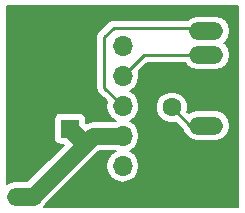
<source format=gbr>
G04 #@! TF.FileFunction,Copper,L1,Top,Signal*
%FSLAX46Y46*%
G04 Gerber Fmt 4.6, Leading zero omitted, Abs format (unit mm)*
G04 Created by KiCad (PCBNEW 4.0.7) date 05/06/18 10:31:07*
%MOMM*%
%LPD*%
G01*
G04 APERTURE LIST*
%ADD10C,0.100000*%
%ADD11R,1.600000X1.600000*%
%ADD12C,1.600000*%
%ADD13R,1.700000X1.700000*%
%ADD14O,1.700000X1.700000*%
%ADD15O,1.600000X1.600000*%
%ADD16O,2.900000X1.500000*%
%ADD17C,1.400000*%
%ADD18C,0.250000*%
%ADD19C,0.200000*%
G04 APERTURE END LIST*
D10*
D11*
X-17605000Y-13795000D03*
D12*
X-20105000Y-13795000D03*
D13*
X-13160000Y-19510000D03*
D14*
X-13160000Y-16970000D03*
X-13160000Y-14430000D03*
X-13160000Y-11890000D03*
X-13160000Y-9350000D03*
X-13160000Y-6810000D03*
D12*
X-9000000Y-12000000D03*
D15*
X-9000000Y-19620000D03*
D16*
X-21480000Y-19540000D03*
X-6080000Y-19540000D03*
X-6080000Y-13540000D03*
X-6080000Y-7540000D03*
X-6080000Y-5540000D03*
D17*
X-17605000Y-13795000D02*
X-16320000Y-15080000D01*
X-20780000Y-19540000D02*
X-16320000Y-15080000D01*
X-16320000Y-15080000D02*
X-15670000Y-14430000D01*
X-15670000Y-14430000D02*
X-13160000Y-14430000D01*
D18*
X-13160000Y-11890000D02*
X-14735001Y-10314999D01*
X-14735001Y-10314999D02*
X-14735001Y-6053999D01*
X-13916001Y-5234999D02*
X-7085001Y-5234999D01*
X-14735001Y-6053999D02*
X-13916001Y-5234999D01*
X-7085001Y-5234999D02*
X-6780000Y-5540000D01*
X-13160000Y-9350000D02*
X-11350000Y-7540000D01*
X-11350000Y-7540000D02*
X-6780000Y-7540000D01*
X-9000000Y-12000000D02*
X-7460000Y-13540000D01*
X-7460000Y-13540000D02*
X-6780000Y-13540000D01*
D19*
G36*
X-3375000Y-20405000D02*
X-19785338Y-20405000D01*
X-19600291Y-20128057D01*
X-15436117Y-15963884D01*
X-15436115Y-15963881D01*
X-15152234Y-15680000D01*
X-13788184Y-15680000D01*
X-13758252Y-15700000D01*
X-14177377Y-15980051D01*
X-14480859Y-16434243D01*
X-14587428Y-16970000D01*
X-14480859Y-17505757D01*
X-14177377Y-17959949D01*
X-13723185Y-18263431D01*
X-13187428Y-18370000D01*
X-13132572Y-18370000D01*
X-12596815Y-18263431D01*
X-12142623Y-17959949D01*
X-11839141Y-17505757D01*
X-11732572Y-16970000D01*
X-11839141Y-16434243D01*
X-12142623Y-15980051D01*
X-12561748Y-15700000D01*
X-12142623Y-15419949D01*
X-11839141Y-14965757D01*
X-11732572Y-14430000D01*
X-11839141Y-13894243D01*
X-12142623Y-13440051D01*
X-12561748Y-13160000D01*
X-12142623Y-12879949D01*
X-11839141Y-12425757D01*
X-11807633Y-12267353D01*
X-10350234Y-12267353D01*
X-10145142Y-12763715D01*
X-9765712Y-13143807D01*
X-9269710Y-13349765D01*
X-8732647Y-13350234D01*
X-8641869Y-13312725D01*
X-8045830Y-13908764D01*
X-8020225Y-14037488D01*
X-7738421Y-14459239D01*
X-7316670Y-14741043D01*
X-6819182Y-14840000D01*
X-5340818Y-14840000D01*
X-4843330Y-14741043D01*
X-4421579Y-14459239D01*
X-4139775Y-14037488D01*
X-4040818Y-13540000D01*
X-4139775Y-13042512D01*
X-4421579Y-12620761D01*
X-4843330Y-12338957D01*
X-5340818Y-12240000D01*
X-6819182Y-12240000D01*
X-7316670Y-12338957D01*
X-7550326Y-12495080D01*
X-7687046Y-12358360D01*
X-7650235Y-12269710D01*
X-7649766Y-11732647D01*
X-7854858Y-11236285D01*
X-8234288Y-10856193D01*
X-8730290Y-10650235D01*
X-9267353Y-10649766D01*
X-9763715Y-10854858D01*
X-10143807Y-11234288D01*
X-10349765Y-11730290D01*
X-10350234Y-12267353D01*
X-11807633Y-12267353D01*
X-11732572Y-11890000D01*
X-11839141Y-11354243D01*
X-12142623Y-10900051D01*
X-12561748Y-10620000D01*
X-12142623Y-10339949D01*
X-11839141Y-9885757D01*
X-11732572Y-9350000D01*
X-11811020Y-8955614D01*
X-11070406Y-8215000D01*
X-7901616Y-8215000D01*
X-7738421Y-8459239D01*
X-7316670Y-8741043D01*
X-6819182Y-8840000D01*
X-5340818Y-8840000D01*
X-4843330Y-8741043D01*
X-4421579Y-8459239D01*
X-4139775Y-8037488D01*
X-4040818Y-7540000D01*
X-4139775Y-7042512D01*
X-4421579Y-6620761D01*
X-4542447Y-6540000D01*
X-4421579Y-6459239D01*
X-4139775Y-6037488D01*
X-4040818Y-5540000D01*
X-4139775Y-5042512D01*
X-4421579Y-4620761D01*
X-4843330Y-4338957D01*
X-5340818Y-4240000D01*
X-6819182Y-4240000D01*
X-7316670Y-4338957D01*
X-7647484Y-4559999D01*
X-13916001Y-4559999D01*
X-14174313Y-4611380D01*
X-14393298Y-4757702D01*
X-15212298Y-5576702D01*
X-15358620Y-5795687D01*
X-15381358Y-5909999D01*
X-15410001Y-6053999D01*
X-15410001Y-10314999D01*
X-15358620Y-10573311D01*
X-15212298Y-10792296D01*
X-14508980Y-11495614D01*
X-14587428Y-11890000D01*
X-14480859Y-12425757D01*
X-14177377Y-12879949D01*
X-13758252Y-13160000D01*
X-13788184Y-13180000D01*
X-15670000Y-13180000D01*
X-16148354Y-13275151D01*
X-16244225Y-13339210D01*
X-16244225Y-12995000D01*
X-16282576Y-12791182D01*
X-16403032Y-12603988D01*
X-16586827Y-12478406D01*
X-16805000Y-12434225D01*
X-18405000Y-12434225D01*
X-18608818Y-12472576D01*
X-18796012Y-12593032D01*
X-18921594Y-12776827D01*
X-18965775Y-12995000D01*
X-18965775Y-14595000D01*
X-18927424Y-14798818D01*
X-18806968Y-14986012D01*
X-18623173Y-15111594D01*
X-18405000Y-15155775D01*
X-18163542Y-15155775D01*
X-21247766Y-18240000D01*
X-22219182Y-18240000D01*
X-22716670Y-18338957D01*
X-22945000Y-18491522D01*
X-22945000Y-3375000D01*
X-3375000Y-3375000D01*
X-3375000Y-20405000D01*
X-3375000Y-20405000D01*
G37*
X-3375000Y-20405000D02*
X-19785338Y-20405000D01*
X-19600291Y-20128057D01*
X-15436117Y-15963884D01*
X-15436115Y-15963881D01*
X-15152234Y-15680000D01*
X-13788184Y-15680000D01*
X-13758252Y-15700000D01*
X-14177377Y-15980051D01*
X-14480859Y-16434243D01*
X-14587428Y-16970000D01*
X-14480859Y-17505757D01*
X-14177377Y-17959949D01*
X-13723185Y-18263431D01*
X-13187428Y-18370000D01*
X-13132572Y-18370000D01*
X-12596815Y-18263431D01*
X-12142623Y-17959949D01*
X-11839141Y-17505757D01*
X-11732572Y-16970000D01*
X-11839141Y-16434243D01*
X-12142623Y-15980051D01*
X-12561748Y-15700000D01*
X-12142623Y-15419949D01*
X-11839141Y-14965757D01*
X-11732572Y-14430000D01*
X-11839141Y-13894243D01*
X-12142623Y-13440051D01*
X-12561748Y-13160000D01*
X-12142623Y-12879949D01*
X-11839141Y-12425757D01*
X-11807633Y-12267353D01*
X-10350234Y-12267353D01*
X-10145142Y-12763715D01*
X-9765712Y-13143807D01*
X-9269710Y-13349765D01*
X-8732647Y-13350234D01*
X-8641869Y-13312725D01*
X-8045830Y-13908764D01*
X-8020225Y-14037488D01*
X-7738421Y-14459239D01*
X-7316670Y-14741043D01*
X-6819182Y-14840000D01*
X-5340818Y-14840000D01*
X-4843330Y-14741043D01*
X-4421579Y-14459239D01*
X-4139775Y-14037488D01*
X-4040818Y-13540000D01*
X-4139775Y-13042512D01*
X-4421579Y-12620761D01*
X-4843330Y-12338957D01*
X-5340818Y-12240000D01*
X-6819182Y-12240000D01*
X-7316670Y-12338957D01*
X-7550326Y-12495080D01*
X-7687046Y-12358360D01*
X-7650235Y-12269710D01*
X-7649766Y-11732647D01*
X-7854858Y-11236285D01*
X-8234288Y-10856193D01*
X-8730290Y-10650235D01*
X-9267353Y-10649766D01*
X-9763715Y-10854858D01*
X-10143807Y-11234288D01*
X-10349765Y-11730290D01*
X-10350234Y-12267353D01*
X-11807633Y-12267353D01*
X-11732572Y-11890000D01*
X-11839141Y-11354243D01*
X-12142623Y-10900051D01*
X-12561748Y-10620000D01*
X-12142623Y-10339949D01*
X-11839141Y-9885757D01*
X-11732572Y-9350000D01*
X-11811020Y-8955614D01*
X-11070406Y-8215000D01*
X-7901616Y-8215000D01*
X-7738421Y-8459239D01*
X-7316670Y-8741043D01*
X-6819182Y-8840000D01*
X-5340818Y-8840000D01*
X-4843330Y-8741043D01*
X-4421579Y-8459239D01*
X-4139775Y-8037488D01*
X-4040818Y-7540000D01*
X-4139775Y-7042512D01*
X-4421579Y-6620761D01*
X-4542447Y-6540000D01*
X-4421579Y-6459239D01*
X-4139775Y-6037488D01*
X-4040818Y-5540000D01*
X-4139775Y-5042512D01*
X-4421579Y-4620761D01*
X-4843330Y-4338957D01*
X-5340818Y-4240000D01*
X-6819182Y-4240000D01*
X-7316670Y-4338957D01*
X-7647484Y-4559999D01*
X-13916001Y-4559999D01*
X-14174313Y-4611380D01*
X-14393298Y-4757702D01*
X-15212298Y-5576702D01*
X-15358620Y-5795687D01*
X-15381358Y-5909999D01*
X-15410001Y-6053999D01*
X-15410001Y-10314999D01*
X-15358620Y-10573311D01*
X-15212298Y-10792296D01*
X-14508980Y-11495614D01*
X-14587428Y-11890000D01*
X-14480859Y-12425757D01*
X-14177377Y-12879949D01*
X-13758252Y-13160000D01*
X-13788184Y-13180000D01*
X-15670000Y-13180000D01*
X-16148354Y-13275151D01*
X-16244225Y-13339210D01*
X-16244225Y-12995000D01*
X-16282576Y-12791182D01*
X-16403032Y-12603988D01*
X-16586827Y-12478406D01*
X-16805000Y-12434225D01*
X-18405000Y-12434225D01*
X-18608818Y-12472576D01*
X-18796012Y-12593032D01*
X-18921594Y-12776827D01*
X-18965775Y-12995000D01*
X-18965775Y-14595000D01*
X-18927424Y-14798818D01*
X-18806968Y-14986012D01*
X-18623173Y-15111594D01*
X-18405000Y-15155775D01*
X-18163542Y-15155775D01*
X-21247766Y-18240000D01*
X-22219182Y-18240000D01*
X-22716670Y-18338957D01*
X-22945000Y-18491522D01*
X-22945000Y-3375000D01*
X-3375000Y-3375000D01*
X-3375000Y-20405000D01*
M02*

</source>
